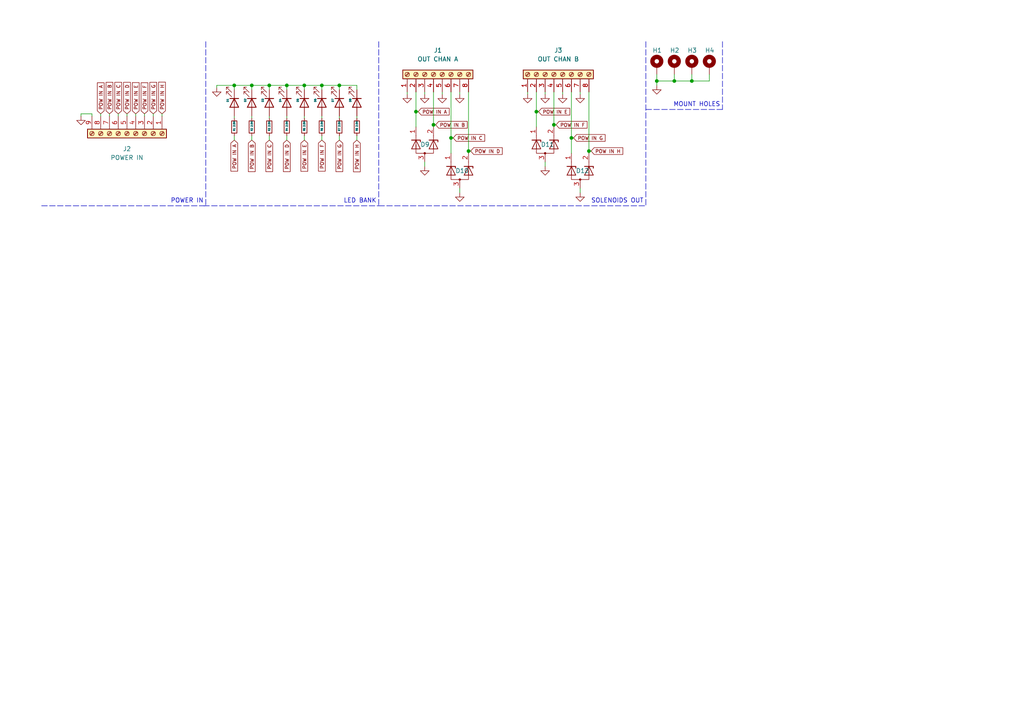
<source format=kicad_sch>
(kicad_sch (version 20211123) (generator eeschema)
  (paper "A4")
  (lib_symbols
    (symbol "Connector:Screw_Terminal_01x08" (pin_names (offset 1.016) hide)
      (property "Reference" "J" (at 0 10.16 0))
      (property "Value" "Screw_Terminal_01x08" (at 0 -12.7 0))
      (symbol "Screw_Terminal_01x08_1_1"
        (rectangle (start -1.27 8.89) (end 1.27 -11.43) (stroke (width 0.254)) (fill (type background)))
        (circle (center 0 -10.16) (radius 0.635) (stroke (width 0.1524)))
        (circle (center 0 -7.62) (radius 0.635) (stroke (width 0.1524)))
        (circle (center 0 -5.08) (radius 0.635) (stroke (width 0.1524)))
        (circle (center 0 -2.54) (radius 0.635) (stroke (width 0.1524)))
        (polyline (pts (xy -0.5334 -9.8298) (xy 0.3302 -10.668)) (stroke (width 0.1524)))
        (polyline (pts (xy -0.5334 -7.2898) (xy 0.3302 -8.128)) (stroke (width 0.1524)))
        (polyline (pts (xy -0.5334 -4.7498) (xy 0.3302 -5.588)) (stroke (width 0.1524)))
        (polyline (pts (xy -0.5334 -2.2098) (xy 0.3302 -3.048)) (stroke (width 0.1524)))
        (polyline (pts (xy -0.5334 0.3302) (xy 0.3302 -0.508)) (stroke (width 0.1524)))
        (polyline (pts (xy -0.5334 2.8702) (xy 0.3302 2.032)) (stroke (width 0.1524)))
        (polyline (pts (xy -0.5334 5.4102) (xy 0.3302 4.572)) (stroke (width 0.1524)))
        (polyline (pts (xy -0.5334 7.9502) (xy 0.3302 7.112)) (stroke (width 0.1524)))
        (polyline (pts (xy -0.3556 -9.652) (xy 0.508 -10.4902)) (stroke (width 0.1524)))
        (polyline (pts (xy -0.3556 -7.112) (xy 0.508 -7.9502)) (stroke (width 0.1524)))
        (polyline (pts (xy -0.3556 -4.572) (xy 0.508 -5.4102)) (stroke (width 0.1524)))
        (polyline (pts (xy -0.3556 -2.032) (xy 0.508 -2.8702)) (stroke (width 0.1524)))
        (polyline (pts (xy -0.3556 0.508) (xy 0.508 -0.3302)) (stroke (width 0.1524)))
        (polyline (pts (xy -0.3556 3.048) (xy 0.508 2.2098)) (stroke (width 0.1524)))
        (polyline (pts (xy -0.3556 5.588) (xy 0.508 4.7498)) (stroke (width 0.1524)))
        (polyline (pts (xy -0.3556 8.128) (xy 0.508 7.2898)) (stroke (width 0.1524)))
        (circle (center 0 0) (radius 0.635) (stroke (width 0.1524)))
        (circle (center 0 2.54) (radius 0.635) (stroke (width 0.1524)))
        (circle (center 0 5.08) (radius 0.635) (stroke (width 0.1524)))
        (circle (center 0 7.62) (radius 0.635) (stroke (width 0.1524)))
        (pin passive line (at -5.08 7.62 0) (length 3.81) (name "Pin_1") (number "1"))
        (pin passive line (at -5.08 5.08 0) (length 3.81) (name "Pin_2") (number "2"))
        (pin passive line (at -5.08 2.54 0) (length 3.81) (name "Pin_3") (number "3"))
        (pin passive line (at -5.08 0 0) (length 3.81) (name "Pin_4") (number "4"))
        (pin passive line (at -5.08 -2.54 0) (length 3.81) (name "Pin_5") (number "5"))
        (pin passive line (at -5.08 -5.08 0) (length 3.81) (name "Pin_6") (number "6"))
        (pin passive line (at -5.08 -7.62 0) (length 3.81) (name "Pin_7") (number "7"))
        (pin passive line (at -5.08 -10.16 0) (length 3.81) (name "Pin_8") (number "8"))
      )
    )
    (symbol "Connector:Screw_Terminal_01x09" (pin_names (offset 1.016) hide)
      (property "Reference" "J" (at 0 12.7 0))
      (property "Value" "Screw_Terminal_01x09" (at 0 -12.7 0))
      (symbol "Screw_Terminal_01x09_1_1"
        (rectangle (start -1.27 11.43) (end 1.27 -11.43) (stroke (width 0.254)) (fill (type background)))
        (circle (center 0 -10.16) (radius 0.635) (stroke (width 0.1524)))
        (circle (center 0 -7.62) (radius 0.635) (stroke (width 0.1524)))
        (circle (center 0 -5.08) (radius 0.635) (stroke (width 0.1524)))
        (circle (center 0 -2.54) (radius 0.635) (stroke (width 0.1524)))
        (polyline (pts (xy -0.5334 -9.8298) (xy 0.3302 -10.668)) (stroke (width 0.1524)))
        (polyline (pts (xy -0.5334 -7.2898) (xy 0.3302 -8.128)) (stroke (width 0.1524)))
        (polyline (pts (xy -0.5334 -4.7498) (xy 0.3302 -5.588)) (stroke (width 0.1524)))
        (polyline (pts (xy -0.5334 -2.2098) (xy 0.3302 -3.048)) (stroke (width 0.1524)))
        (polyline (pts (xy -0.5334 0.3302) (xy 0.3302 -0.508)) (stroke (width 0.1524)))
        (polyline (pts (xy -0.5334 2.8702) (xy 0.3302 2.032)) (stroke (width 0.1524)))
        (polyline (pts (xy -0.5334 5.4102) (xy 0.3302 4.572)) (stroke (width 0.1524)))
        (polyline (pts (xy -0.5334 7.9502) (xy 0.3302 7.112)) (stroke (width 0.1524)))
        (polyline (pts (xy -0.5334 10.4902) (xy 0.3302 9.652)) (stroke (width 0.1524)))
        (polyline (pts (xy -0.3556 -9.652) (xy 0.508 -10.4902)) (stroke (width 0.1524)))
        (polyline (pts (xy -0.3556 -7.112) (xy 0.508 -7.9502)) (stroke (width 0.1524)))
        (polyline (pts (xy -0.3556 -4.572) (xy 0.508 -5.4102)) (stroke (width 0.1524)))
        (polyline (pts (xy -0.3556 -2.032) (xy 0.508 -2.8702)) (stroke (width 0.1524)))
        (polyline (pts (xy -0.3556 0.508) (xy 0.508 -0.3302)) (stroke (width 0.1524)))
        (polyline (pts (xy -0.3556 3.048) (xy 0.508 2.2098)) (stroke (width 0.1524)))
        (polyline (pts (xy -0.3556 5.588) (xy 0.508 4.7498)) (stroke (width 0.1524)))
        (polyline (pts (xy -0.3556 8.128) (xy 0.508 7.2898)) (stroke (width 0.1524)))
        (polyline (pts (xy -0.3556 10.668) (xy 0.508 9.8298)) (stroke (width 0.1524)))
        (circle (center 0 0) (radius 0.635) (stroke (width 0.1524)))
        (circle (center 0 2.54) (radius 0.635) (stroke (width 0.1524)))
        (circle (center 0 5.08) (radius 0.635) (stroke (width 0.1524)))
        (circle (center 0 7.62) (radius 0.635) (stroke (width 0.1524)))
        (circle (center 0 10.16) (radius 0.635) (stroke (width 0.1524)))
        (pin passive line (at -5.08 10.16 0) (length 3.81) (name "Pin_1") (number "1"))
        (pin passive line (at -5.08 7.62 0) (length 3.81) (name "Pin_2") (number "2"))
        (pin passive line (at -5.08 5.08 0) (length 3.81) (name "Pin_3") (number "3"))
        (pin passive line (at -5.08 2.54 0) (length 3.81) (name "Pin_4") (number "4"))
        (pin passive line (at -5.08 0 0) (length 3.81) (name "Pin_5") (number "5"))
        (pin passive line (at -5.08 -2.54 0) (length 3.81) (name "Pin_6") (number "6"))
        (pin passive line (at -5.08 -5.08 0) (length 3.81) (name "Pin_7") (number "7"))
        (pin passive line (at -5.08 -7.62 0) (length 3.81) (name "Pin_8") (number "8"))
        (pin passive line (at -5.08 -10.16 0) (length 3.81) (name "Pin_9") (number "9"))
      )
    )
    (symbol "Device:LED" (pin_numbers hide) (pin_names (offset 1.016) hide)
      (property "Reference" "D" (at 0 2.54 0))
      (property "Value" "LED" (at 0 -2.54 0))
      (symbol "LED_0_1"
        (polyline (pts (xy -1.27 -1.27) (xy -1.27 1.27)) (stroke (width 0.254)))
        (polyline (pts (xy -1.27 0) (xy 1.27 0)))
        (polyline (pts (xy 1.27 -1.27) (xy 1.27 1.27) (xy -1.27 0) (xy 1.27 -1.27)) (stroke (width 0.254)))
        (polyline (pts (xy -3.048 -0.762) (xy -4.572 -2.286) (xy -3.81 -2.286) (xy -4.572 -2.286) (xy -4.572 -1.524)))
        (polyline (pts (xy -1.778 -0.762) (xy -3.302 -2.286) (xy -2.54 -2.286) (xy -3.302 -2.286) (xy -3.302 -1.524)))
      )
      (symbol "LED_1_1"
        (pin passive line (at -3.81 0 0) (length 2.54) (name "K") (number "1"))
        (pin passive line (at 3.81 0 180) (length 2.54) (name "A") (number "2"))
      )
    )
    (symbol "Device:R_Small" (pin_numbers hide) (pin_names (offset 0.254) hide)
      (property "Reference" "R" (at 0.762 0.508 0))
      (property "Value" "R_Small" (at 0.762 -1.016 0))
      (symbol "R_Small_0_1"
        (rectangle (start -0.762 1.778) (end 0.762 -1.778) (stroke (width 0.2032)))
      )
      (symbol "R_Small_1_1"
        (pin passive line (at 0 2.54 270) (length 0.762) (name "~") (number "1"))
        (pin passive line (at 0 -2.54 90) (length 0.762) (name "~") (number "2"))
      )
    )
    (symbol "Diode:MMBZxx" (pin_names (offset 1.016) hide)
      (property "Reference" "D" (at 3.81 2.54 0))
      (property "Value" "MMBZxx" (at 3.81 0 0))
      (symbol "MMBZxx_0_1"
        (circle (center 0 -2.54) (radius 0.254) (fill (type outline)))
        (polyline (pts (xy -2.54 -1.27) (xy -2.54 2.54)))
        (polyline (pts (xy 2.54 -1.27) (xy 2.54 2.54)))
        (polyline (pts (xy -3.81 1.27) (xy -1.27 1.27) (xy -1.27 0.762)) (stroke (width 0.254)))
        (polyline (pts (xy 1.27 1.27) (xy 3.81 1.27) (xy 3.81 0.762)) (stroke (width 0.254)))
        (polyline (pts (xy -2.54 0) (xy -2.54 -2.54) (xy 2.54 -2.54) (xy 2.54 0)))
      )
      (symbol "MMBZxx_1_1"
        (polyline (pts (xy -3.81 -1.27) (xy -1.27 -1.27) (xy -2.54 1.27) (xy -3.81 -1.27)) (stroke (width 0.2032)))
        (polyline (pts (xy 1.27 -1.27) (xy 3.81 -1.27) (xy 2.54 1.27) (xy 1.27 -1.27)) (stroke (width 0.2032)))
        (pin passive line (at -2.54 5.08 270) (length 2.54) (name "K") (number "1"))
        (pin passive line (at 2.54 5.08 270) (length 2.54) (name "K") (number "2"))
        (pin passive line (at 0 -5.08 90) (length 2.54) (name "A") (number "3"))
      )
    )
    (symbol "Mechanical:MountingHole_Pad" (pin_numbers hide) (pin_names (offset 1.016) hide)
      (property "Reference" "H" (at 0 6.35 0))
      (property "Value" "MountingHole_Pad" (at 0 4.445 0))
      (symbol "MountingHole_Pad_0_1"
        (circle (center 0 1.27) (radius 1.27) (stroke (width 1.27)))
      )
      (symbol "MountingHole_Pad_1_1"
        (pin input line (at 0 -2.54 90) (length 2.54) (name "1") (number "1"))
      )
    )
    (symbol "power:GND" (power) (pin_names (offset 0))
      (property "Value" "GND" (at 0 -3.81 0))
      (symbol "GND_0_1"
        (polyline (pts (xy 0 0) (xy 0 -1.27) (xy 1.27 -1.27) (xy 0 -2.54) (xy -1.27 -1.27) (xy 0 -1.27)))
      )
      (symbol "GND_1_1"
        (pin power_in line (at 0 0 270) (length 0) hide (name "GND") (number "1"))
      )
    )
  )
  (junction (at 195.58 23.495))
  (junction (at 67.945 24.765))
  (junction (at 165.735 40.005))
  (junction (at 98.425 24.765))
  (junction (at 93.345 24.765))
  (junction (at 120.65 32.385))
  (junction (at 125.73 36.195))
  (junction (at 73.025 24.765))
  (junction (at 170.815 43.815))
  (junction (at 135.89 43.815))
  (junction (at 78.105 24.765))
  (junction (at 190.5 23.495))
  (junction (at 88.265 24.765))
  (junction (at 200.66 23.495))
  (junction (at 83.185 24.765))
  (junction (at 130.81 40.005))
  (junction (at 160.655 36.195))
  (junction (at 155.575 32.385))
  (wire (pts (xy 153.035 26.67) (xy 153.035 27.305)))
  (wire (pts (xy 123.19 27.305) (xy 123.19 26.67)))
  (wire (pts (xy 73.025 24.765) (xy 73.025 26.035)))
  (wire (pts (xy 83.185 39.37) (xy 83.185 40.64)))
  (wire (pts (xy 103.505 33.655) (xy 103.505 34.29)))
  (wire (pts (xy 128.27 27.305) (xy 128.27 26.67)))
  (wire (pts (xy 103.505 39.37) (xy 103.505 40.64)))
  (wire (pts (xy 78.105 33.655) (xy 78.105 34.29)))
  (wire (pts (xy 78.105 24.765) (xy 78.105 26.035)))
  (wire (pts (xy 62.865 24.765) (xy 62.865 25.4)))
  (polyline (pts (xy 209.55 12.065) (xy 209.55 31.75)))
  (wire (pts (xy 78.105 39.37) (xy 78.105 40.64)))
  (wire (pts (xy 135.89 26.67) (xy 135.89 43.815)))
  (wire (pts (xy 155.575 32.385) (xy 155.575 36.83)))
  (wire (pts (xy 88.265 24.765) (xy 88.265 26.035)))
  (wire (pts (xy 29.21 33.02) (xy 29.21 33.655)))
  (wire (pts (xy 118.11 26.67) (xy 118.11 27.305)))
  (wire (pts (xy 200.66 21.59) (xy 200.66 23.495)))
  (wire (pts (xy 46.99 33.02) (xy 46.99 33.655)))
  (wire (pts (xy 155.575 32.385) (xy 156.21 32.385)))
  (wire (pts (xy 155.575 26.67) (xy 155.575 32.385)))
  (polyline (pts (xy 59.055 59.69) (xy 109.855 59.69)))
  (wire (pts (xy 26.67 33.02) (xy 23.495 33.02)))
  (wire (pts (xy 93.345 24.765) (xy 88.265 24.765)))
  (wire (pts (xy 98.425 24.765) (xy 93.345 24.765)))
  (wire (pts (xy 160.655 36.195) (xy 160.655 36.83)))
  (polyline (pts (xy 109.855 12.065) (xy 109.855 59.69)))
  (wire (pts (xy 103.505 24.765) (xy 98.425 24.765)))
  (wire (pts (xy 120.65 26.67) (xy 120.65 32.385)))
  (wire (pts (xy 133.35 55.88) (xy 133.35 54.61)))
  (wire (pts (xy 88.265 24.765) (xy 83.185 24.765)))
  (wire (pts (xy 168.275 26.67) (xy 168.275 27.305)))
  (wire (pts (xy 135.89 43.815) (xy 135.89 44.45)))
  (polyline (pts (xy 59.69 12.065) (xy 59.69 59.69)))
  (wire (pts (xy 170.815 43.815) (xy 170.815 44.45)))
  (wire (pts (xy 160.655 26.67) (xy 160.655 36.195)))
  (wire (pts (xy 41.91 33.02) (xy 41.91 33.655)))
  (wire (pts (xy 44.45 33.02) (xy 44.45 33.655)))
  (wire (pts (xy 165.735 26.67) (xy 165.735 40.005)))
  (wire (pts (xy 120.65 32.385) (xy 121.285 32.385)))
  (wire (pts (xy 125.73 36.83) (xy 125.73 36.195)))
  (wire (pts (xy 23.495 33.02) (xy 23.495 33.655)))
  (polyline (pts (xy 187.325 31.75) (xy 209.55 31.75)))
  (wire (pts (xy 67.945 39.37) (xy 67.945 40.64)))
  (wire (pts (xy 78.105 24.765) (xy 73.025 24.765)))
  (wire (pts (xy 158.115 48.26) (xy 158.115 46.99)))
  (wire (pts (xy 165.735 40.005) (xy 165.735 44.45)))
  (wire (pts (xy 165.735 40.005) (xy 166.37 40.005)))
  (polyline (pts (xy 187.325 12.065) (xy 187.325 59.69)))
  (wire (pts (xy 31.75 33.02) (xy 31.75 33.655)))
  (wire (pts (xy 205.74 21.59) (xy 205.74 23.495)))
  (wire (pts (xy 88.265 39.37) (xy 88.265 40.64)))
  (wire (pts (xy 73.025 33.655) (xy 73.025 34.29)))
  (wire (pts (xy 168.275 55.88) (xy 168.275 54.61)))
  (wire (pts (xy 73.025 39.37) (xy 73.025 40.64)))
  (wire (pts (xy 98.425 24.765) (xy 98.425 26.035)))
  (wire (pts (xy 195.58 21.59) (xy 195.58 23.495)))
  (wire (pts (xy 103.505 24.765) (xy 103.505 26.035)))
  (wire (pts (xy 83.185 33.655) (xy 83.185 34.29)))
  (wire (pts (xy 88.265 33.655) (xy 88.265 34.29)))
  (wire (pts (xy 190.5 21.59) (xy 190.5 23.495)))
  (wire (pts (xy 158.115 26.67) (xy 158.115 27.305)))
  (wire (pts (xy 67.945 24.765) (xy 67.945 26.035)))
  (wire (pts (xy 130.81 40.005) (xy 130.81 44.45)))
  (wire (pts (xy 83.185 24.765) (xy 83.185 26.035)))
  (wire (pts (xy 130.81 26.67) (xy 130.81 40.005)))
  (wire (pts (xy 130.81 40.005) (xy 131.445 40.005)))
  (wire (pts (xy 135.89 43.815) (xy 136.525 43.815)))
  (wire (pts (xy 93.345 33.655) (xy 93.345 34.29)))
  (polyline (pts (xy 12.065 59.69) (xy 59.69 59.69)))
  (wire (pts (xy 123.19 48.26) (xy 123.19 46.99)))
  (wire (pts (xy 163.195 26.67) (xy 163.195 27.305)))
  (wire (pts (xy 170.815 43.815) (xy 171.45 43.815)))
  (wire (pts (xy 73.025 24.765) (xy 67.945 24.765)))
  (wire (pts (xy 36.83 33.02) (xy 36.83 33.655)))
  (wire (pts (xy 67.945 24.765) (xy 62.865 24.765)))
  (wire (pts (xy 170.815 26.67) (xy 170.815 43.815)))
  (wire (pts (xy 93.345 24.765) (xy 93.345 26.035)))
  (wire (pts (xy 125.73 36.195) (xy 126.365 36.195)))
  (wire (pts (xy 125.73 26.67) (xy 125.73 36.195)))
  (polyline (pts (xy 109.855 59.69) (xy 187.325 59.69)))
  (wire (pts (xy 195.58 23.495) (xy 190.5 23.495)))
  (wire (pts (xy 83.185 24.765) (xy 78.105 24.765)))
  (wire (pts (xy 200.66 23.495) (xy 205.74 23.495)))
  (wire (pts (xy 195.58 23.495) (xy 200.66 23.495)))
  (wire (pts (xy 98.425 39.37) (xy 98.425 40.64)))
  (wire (pts (xy 133.35 27.305) (xy 133.35 26.67)))
  (wire (pts (xy 120.65 32.385) (xy 120.65 36.83)))
  (wire (pts (xy 93.345 39.37) (xy 93.345 40.64)))
  (wire (pts (xy 67.945 33.655) (xy 67.945 34.29)))
  (wire (pts (xy 190.5 23.495) (xy 190.5 24.765)))
  (wire (pts (xy 39.37 33.02) (xy 39.37 33.655)))
  (wire (pts (xy 34.29 33.02) (xy 34.29 33.655)))
  (wire (pts (xy 160.655 36.195) (xy 161.29 36.195)))
  (wire (pts (xy 98.425 33.655) (xy 98.425 34.29)))
  (wire (pts (xy 26.67 33.655) (xy 26.67 33.02)))
  (text "POWER IN" (at 59.055 59.055 180) (effects (font (size 1.27 1.27)) (justify right bottom)))
  (text "SOLENOIDS OUT" (at 186.69 59.055 180) (effects (font (size 1.27 1.27)) (justify right bottom)))
  (text "MOUNT HOLES" (at 208.915 31.115 180) (effects (font (size 1.27 1.27)) (justify right bottom)))
  (text "LED BANK" (at 109.22 59.055 180) (effects (font (size 1.27 1.27)) (justify right bottom)))
  (global_label "POW IN A" (shape input) (at 67.945 40.64 270) (effects (font (size 1 1))) (property "Intersheet References" "${INTERSHEET_REFS}" (effects hide)))
  (global_label "POW IN E" (shape input) (at 156.21 32.385 0) (effects (font (size 1 1))) (property "Intersheet References" "${INTERSHEET_REFS}" (effects hide)))
  (global_label "POW IN F" (shape input) (at 41.91 33.02 90) (effects (font (size 1 1))) (property "Intersheet References" "${INTERSHEET_REFS}" (effects hide)))
  (global_label "POW IN D" (shape input) (at 83.185 40.64 270) (effects (font (size 1 1))) (property "Intersheet References" "${INTERSHEET_REFS}" (effects hide)))
  (global_label "POW IN G" (shape input) (at 44.45 33.02 90) (effects (font (size 1 1))) (property "Intersheet References" "${INTERSHEET_REFS}" (effects hide)))
  (global_label "POW IN C" (shape input) (at 78.105 40.64 270) (effects (font (size 1 1))) (property "Intersheet References" "${INTERSHEET_REFS}" (effects hide)))
  (global_label "POW IN B" (shape input) (at 126.365 36.195 0) (effects (font (size 1 1))) (property "Intersheet References" "${INTERSHEET_REFS}" (effects hide)))
  (global_label "POW IN D" (shape input) (at 136.525 43.815 0) (effects (font (size 1 1))) (property "Intersheet References" "${INTERSHEET_REFS}" (effects hide)))
  (global_label "POW IN H" (shape input) (at 46.99 33.02 90) (effects (font (size 1 1))) (property "Intersheet References" "${INTERSHEET_REFS}" (effects hide)))
  (global_label "POW IN G" (shape input) (at 98.425 40.64 270) (effects (font (size 1 1))) (property "Intersheet References" "${INTERSHEET_REFS}" (effects hide)))
  (global_label "POW IN C" (shape input) (at 131.445 40.005 0) (effects (font (size 1 1))) (property "Intersheet References" "${INTERSHEET_REFS}" (effects hide)))
  (global_label "POW IN A" (shape input) (at 29.21 33.02 90) (effects (font (size 1 1))) (property "Intersheet References" "${INTERSHEET_REFS}" (effects hide)))
  (global_label "POW IN F" (shape input) (at 93.345 40.64 270) (effects (font (size 1 1))) (property "Intersheet References" "${INTERSHEET_REFS}" (effects hide)))
  (global_label "POW IN H" (shape input) (at 103.505 40.64 270) (effects (font (size 1 1))) (property "Intersheet References" "${INTERSHEET_REFS}" (effects hide)))
  (global_label "POW IN C" (shape input) (at 34.29 33.02 90) (effects (font (size 1 1))) (property "Intersheet References" "${INTERSHEET_REFS}" (effects hide)))
  (global_label "POW IN F" (shape input) (at 161.29 36.195 0) (effects (font (size 1 1))) (property "Intersheet References" "${INTERSHEET_REFS}" (effects hide)))
  (global_label "POW IN H" (shape input) (at 171.45 43.815 0) (effects (font (size 1 1))) (property "Intersheet References" "${INTERSHEET_REFS}" (effects hide)))
  (global_label "POW IN B" (shape input) (at 73.025 40.64 270) (effects (font (size 1 1))) (property "Intersheet References" "${INTERSHEET_REFS}" (effects hide)))
  (global_label "POW IN E" (shape input) (at 88.265 40.64 270) (effects (font (size 1 1))) (property "Intersheet References" "${INTERSHEET_REFS}" (effects hide)))
  (global_label "POW IN B" (shape input) (at 31.75 33.02 90) (effects (font (size 1 1))) (property "Intersheet References" "${INTERSHEET_REFS}" (effects hide)))
  (global_label "POW IN A" (shape input) (at 121.285 32.385 0) (effects (font (size 1 1))) (property "Intersheet References" "${INTERSHEET_REFS}" (effects hide)))
  (global_label "POW IN D" (shape input) (at 36.83 33.02 90) (effects (font (size 1 1))) (property "Intersheet References" "${INTERSHEET_REFS}" (effects hide)))
  (global_label "POW IN E" (shape input) (at 39.37 33.02 90) (effects (font (size 1 1))) (property "Intersheet References" "${INTERSHEET_REFS}" (effects hide)))
  (global_label "POW IN G" (shape input) (at 166.37 40.005 0) (effects (font (size 1 1))) (property "Intersheet References" "${INTERSHEET_REFS}" (effects hide)))
  (symbol (lib_id "power:GND") (at 163.195 27.305 0) (unit 1)
    (property "Reference" "#PWR0109" (effects hide))
    (property "Value" "GND" (effects hide))
  )
  (symbol (lib_id "power:GND") (at 168.275 27.305 0) (unit 1)
    (property "Reference" "#PWR0111" (effects hide))
    (property "Value" "GND" (effects hide))
  )
  (symbol (lib_id "Connector:Screw_Terminal_01x08") (at 160.655 21.59 90) (unit 1)
    (property "Reference" "J3" (at 161.925 14.605 90))
    (property "Value" "OUT CHAN B" (at 161.925 17.145 90))
    (property "Footprint" "TerminalBlock_Phoenix:TerminalBlock_Phoenix_MPT-0,5-8-2.54_1x08_P2.54mm_Horizontal" (effects hide))
  )
  (symbol (lib_id "Mechanical:MountingHole_Pad") (at 200.66 19.05 0) (unit 1)
    (property "Reference" "H3" (at 199.39 14.605 0) (effects (justify left)))
    (property "Value" "MountingHole_Pad" (effects hide))
    (property "Footprint" "MountingHole:MountingHole_3.2mm_M3_DIN965_Pad_TopBottom" (effects hide))
  )
  (symbol (lib_id "power:GND") (at 123.19 27.305 0) (unit 1)
    (property "Reference" "#PWR0107" (effects hide))
    (property "Value" "GND" (effects hide))
  )
  (symbol (lib_id "Device:R_Small") (at 103.505 36.83 0) (unit 1)
    (property "Reference" "R8" (at 103.505 38.1 90) (effects (font (size 0.5 0.5)) (justify left)))
    (property "Value" "2.9K" (at 103.505 36.83 90) (effects (font (size 0.5 0.5)) (justify left)))
    (property "Footprint" "Resistor_SMD:R_0603_1608Metric" (effects hide))
  )
  (symbol (lib_id "power:GND") (at 158.115 48.26 0) (unit 1)
    (property "Reference" "#PWR0102" (effects hide))
    (property "Value" "GND" (effects hide))
  )
  (symbol (lib_id "Diode:MMBZxx") (at 168.275 49.53 0) (unit 1)
    (property "Reference" "D12" (at 167.005 49.53 0) (effects (justify left)))
    (property "Value" "MMBZxx" (effects hide))
    (property "Footprint" "Package_TO_SOT_SMD:SOT-23" (effects hide))
    (property "Datasheet" "http://www.onsemi.com/pub/Collateral/MMBZ5V6ALT1-D.PDF" (effects hide))
  )
  (symbol (lib_id "power:GND") (at 133.35 27.305 0) (unit 1)
    (property "Reference" "#PWR0108" (effects hide))
    (property "Value" "GND" (effects hide))
  )
  (symbol (lib_id "Connector:Screw_Terminal_01x09") (at 36.83 38.735 270) (unit 1)
    (property "Reference" "J2" (at 36.83 43.18 90))
    (property "Value" "POWER IN " (at 36.83 45.72 90))
    (property "Footprint" "TerminalBlock_Phoenix:TerminalBlock_Phoenix_MPT-0,5-9-2.54_1x09_P2.54mm_Horizontal" (effects hide))
  )
  (symbol (lib_id "Device:R_Small") (at 78.105 36.83 0) (unit 1)
    (property "Reference" "R3" (at 78.105 38.1 90) (effects (font (size 0.5 0.5)) (justify left)))
    (property "Value" "2.9K" (at 78.105 36.83 90) (effects (font (size 0.5 0.5)) (justify left)))
    (property "Footprint" "Resistor_SMD:R_0603_1608Metric" (effects hide))
  )
  (symbol (lib_id "Device:LED") (at 93.345 29.845 270) (unit 1)
    (property "Reference" "D6" (at 91.44 28.575 0) (effects (font (size 0.5 0.5)) (justify left)))
    (property "Value" "LED" (effects hide))
    (property "Footprint" "LED_SMD:LED_0805_2012Metric" (effects hide))
  )
  (symbol (lib_id "Device:LED") (at 83.185 29.845 270) (unit 1)
    (property "Reference" "D4" (at 81.28 28.575 0) (effects (font (size 0.5 0.5)) (justify left)))
    (property "Value" "LED" (effects hide))
    (property "Footprint" "LED_SMD:LED_0805_2012Metric" (effects hide))
  )
  (symbol (lib_id "power:GND") (at 153.035 27.305 0) (unit 1)
    (property "Reference" "#PWR0110" (effects hide))
    (property "Value" "GND" (effects hide))
  )
  (symbol (lib_id "power:GND") (at 118.11 27.305 0) (unit 1)
    (property "Reference" "#PWR0106" (effects hide))
    (property "Value" "GND" (effects hide))
  )
  (symbol (lib_id "Diode:MMBZxx") (at 123.19 41.91 0) (unit 1)
    (property "Reference" "D9" (at 121.92 41.91 0) (effects (justify left)))
    (property "Value" "MMBZxx" (effects hide))
    (property "Footprint" "Package_TO_SOT_SMD:SOT-23" (effects hide))
    (property "Datasheet" "http://www.onsemi.com/pub/Collateral/MMBZ5V6ALT1-D.PDF" (effects hide))
  )
  (symbol (lib_id "Device:LED") (at 103.505 29.845 270) (unit 1)
    (property "Reference" "D8" (at 101.6 28.575 0) (effects (font (size 0.5 0.5)) (justify left)))
    (property "Value" "LED" (effects hide))
    (property "Footprint" "LED_SMD:LED_0805_2012Metric" (effects hide))
  )
  (symbol (lib_id "power:GND") (at 168.275 55.88 0) (unit 1)
    (property "Reference" "#PWR0103" (effects hide))
    (property "Value" "GND" (effects hide))
  )
  (symbol (lib_id "Mechanical:MountingHole_Pad") (at 205.74 19.05 0) (unit 1)
    (property "Reference" "H4" (at 204.47 14.605 0) (effects (justify left)))
    (property "Value" "MountingHole_Pad" (effects hide))
    (property "Footprint" "MountingHole:MountingHole_3.2mm_M3_DIN965_Pad_TopBottom" (effects hide))
  )
  (symbol (lib_id "Device:R_Small") (at 83.185 36.83 0) (unit 1)
    (property "Reference" "R4" (at 83.185 38.1 90) (effects (font (size 0.5 0.5)) (justify left)))
    (property "Value" "2.9K" (at 83.185 36.83 90) (effects (font (size 0.5 0.5)) (justify left)))
    (property "Footprint" "Resistor_SMD:R_0603_1608Metric" (effects hide))
  )
  (symbol (lib_id "Device:R_Small") (at 93.345 36.83 0) (unit 1)
    (property "Reference" "R6" (at 93.345 38.1 90) (effects (font (size 0.5 0.5)) (justify left)))
    (property "Value" "2.9K" (at 93.345 36.83 90) (effects (font (size 0.5 0.5)) (justify left)))
    (property "Footprint" "Resistor_SMD:R_0603_1608Metric" (effects hide))
  )
  (symbol (lib_id "power:GND") (at 128.27 27.305 0) (unit 1)
    (property "Reference" "#PWR0105" (effects hide))
    (property "Value" "GND" (effects hide))
  )
  (symbol (lib_id "Device:LED") (at 78.105 29.845 270) (unit 1)
    (property "Reference" "D3" (at 76.2 28.575 0) (effects (font (size 0.5 0.5)) (justify left)))
    (property "Value" "LED" (effects hide))
    (property "Footprint" "LED_SMD:LED_0805_2012Metric" (effects hide))
  )
  (symbol (lib_id "power:GND") (at 23.495 33.655 0) (unit 1)
    (property "Reference" "#PWR01" (effects hide))
    (property "Value" "GND" (effects hide))
  )
  (symbol (lib_id "power:GND") (at 123.19 48.26 0) (unit 1)
    (property "Reference" "#PWR0116" (effects hide))
    (property "Value" "GND" (effects hide))
  )
  (symbol (lib_id "Device:R_Small") (at 88.265 36.83 0) (unit 1)
    (property "Reference" "R5" (at 88.265 38.1 90) (effects (font (size 0.5 0.5)) (justify left)))
    (property "Value" "2.9K" (at 88.265 36.83 90) (effects (font (size 0.5 0.5)) (justify left)))
    (property "Footprint" "Resistor_SMD:R_0603_1608Metric" (effects hide))
  )
  (symbol (lib_id "power:GND") (at 133.35 55.88 0) (unit 1)
    (property "Reference" "#PWR0101" (effects hide))
    (property "Value" "GND" (effects hide))
  )
  (symbol (lib_id "Mechanical:MountingHole_Pad") (at 190.5 19.05 0) (unit 1)
    (property "Reference" "H1" (at 189.23 14.605 0) (effects (justify left)))
    (property "Value" "MountingHole_Pad" (effects hide))
    (property "Footprint" "MountingHole:MountingHole_3.2mm_M3_DIN965_Pad_TopBottom" (effects hide))
  )
  (symbol (lib_id "Device:R_Small") (at 73.025 36.83 0) (unit 1)
    (property "Reference" "R2" (at 73.025 38.1 90) (effects (font (size 0.5 0.5)) (justify left)))
    (property "Value" "2.9K" (at 73.025 36.83 90) (effects (font (size 0.5 0.5)) (justify left)))
    (property "Footprint" "Resistor_SMD:R_0603_1608Metric" (effects hide))
  )
  (symbol (lib_id "power:GND") (at 190.5 24.765 0) (unit 1)
    (property "Reference" "#PWR0117" (effects hide))
    (property "Value" "GND" (effects hide))
  )
  (symbol (lib_id "Device:R_Small") (at 98.425 36.83 0) (unit 1)
    (property "Reference" "R7" (at 98.425 38.1 90) (effects (font (size 0.5 0.5)) (justify left)))
    (property "Value" "2.9K" (at 98.425 36.83 90) (effects (font (size 0.5 0.5)) (justify left)))
    (property "Footprint" "Resistor_SMD:R_0603_1608Metric" (effects hide))
  )
  (symbol (lib_id "Diode:MMBZxx") (at 158.115 41.91 0) (unit 1)
    (property "Reference" "D11" (at 156.845 41.91 0) (effects (justify left)))
    (property "Value" "MMBZxx" (effects hide))
    (property "Footprint" "Package_TO_SOT_SMD:SOT-23" (effects hide))
    (property "Datasheet" "http://www.onsemi.com/pub/Collateral/MMBZ5V6ALT1-D.PDF" (effects hide))
  )
  (symbol (lib_id "Connector:Screw_Terminal_01x08") (at 125.73 21.59 90) (unit 1)
    (property "Reference" "J1" (at 127 14.605 90))
    (property "Value" "OUT CHAN A" (at 127 17.145 90))
    (property "Footprint" "TerminalBlock_Phoenix:TerminalBlock_Phoenix_MPT-0,5-8-2.54_1x08_P2.54mm_Horizontal" (effects hide))
  )
  (symbol (lib_id "power:GND") (at 62.865 25.4 0) (unit 1)
    (property "Reference" "#PWR0118" (effects hide))
    (property "Value" "GND" (effects hide))
  )
  (symbol (lib_id "Device:LED") (at 73.025 29.845 270) (unit 1)
    (property "Reference" "D2" (at 71.12 28.575 0) (effects (font (size 0.5 0.5)) (justify left)))
    (property "Value" "LED" (effects hide))
    (property "Footprint" "LED_SMD:LED_0805_2012Metric" (effects hide))
  )
  (symbol (lib_id "Device:LED") (at 67.945 29.845 270) (unit 1)
    (property "Reference" "D1" (at 66.04 28.575 0) (effects (font (size 0.5 0.5)) (justify left)))
    (property "Value" "LED" (effects hide))
    (property "Footprint" "LED_SMD:LED_0805_2012Metric" (effects hide))
  )
  (symbol (lib_id "Mechanical:MountingHole_Pad") (at 195.58 19.05 0) (unit 1)
    (property "Reference" "H2" (at 194.31 14.605 0) (effects (justify left)))
    (property "Value" "MountingHole_Pad" (effects hide))
    (property "Footprint" "MountingHole:MountingHole_3.2mm_M3_DIN965_Pad_TopBottom" (effects hide))
  )
  (symbol (lib_id "Diode:MMBZxx") (at 133.35 49.53 0) (unit 1)
    (property "Reference" "D10" (at 132.08 49.53 0) (effects (justify left)))
    (property "Value" "MMBZxx" (effects hide))
    (property "Footprint" "Package_TO_SOT_SMD:SOT-23" (effects hide))
    (property "Datasheet" "http://www.onsemi.com/pub/Collateral/MMBZ5V6ALT1-D.PDF" (effects hide))
  )
  (symbol (lib_id "Device:R_Small") (at 67.945 36.83 0) (unit 1)
    (property "Reference" "R1" (at 67.945 38.1 90) (effects (font (size 0.5 0.5)) (justify left)))
    (property "Value" "2.9K" (at 67.945 36.83 90) (effects (font (size 0.5 0.5)) (justify left)))
    (property "Footprint" "Resistor_SMD:R_0603_1608Metric" (effects hide))
  )
  (symbol (lib_id "Device:LED") (at 98.425 29.845 270) (unit 1)
    (property "Reference" "D7" (at 96.52 28.575 0) (effects (font (size 0.5 0.5)) (justify left)))
    (property "Value" "LED" (effects hide))
    (property "Footprint" "LED_SMD:LED_0805_2012Metric" (effects hide))
  )
  (symbol (lib_id "power:GND") (at 158.115 27.305 0) (unit 1)
    (property "Reference" "#PWR0104" (effects hide))
    (property "Value" "GND" (effects hide))
  )
  (symbol (lib_id "Device:LED") (at 88.265 29.845 270) (unit 1)
    (property "Reference" "D5" (at 86.36 28.575 0) (effects (font (size 0.5 0.5)) (justify left)))
    (property "Value" "LED" (effects hide))
    (property "Footprint" "LED_SMD:LED_0805_2012Metric" (effects hide))
  )
)
</source>
